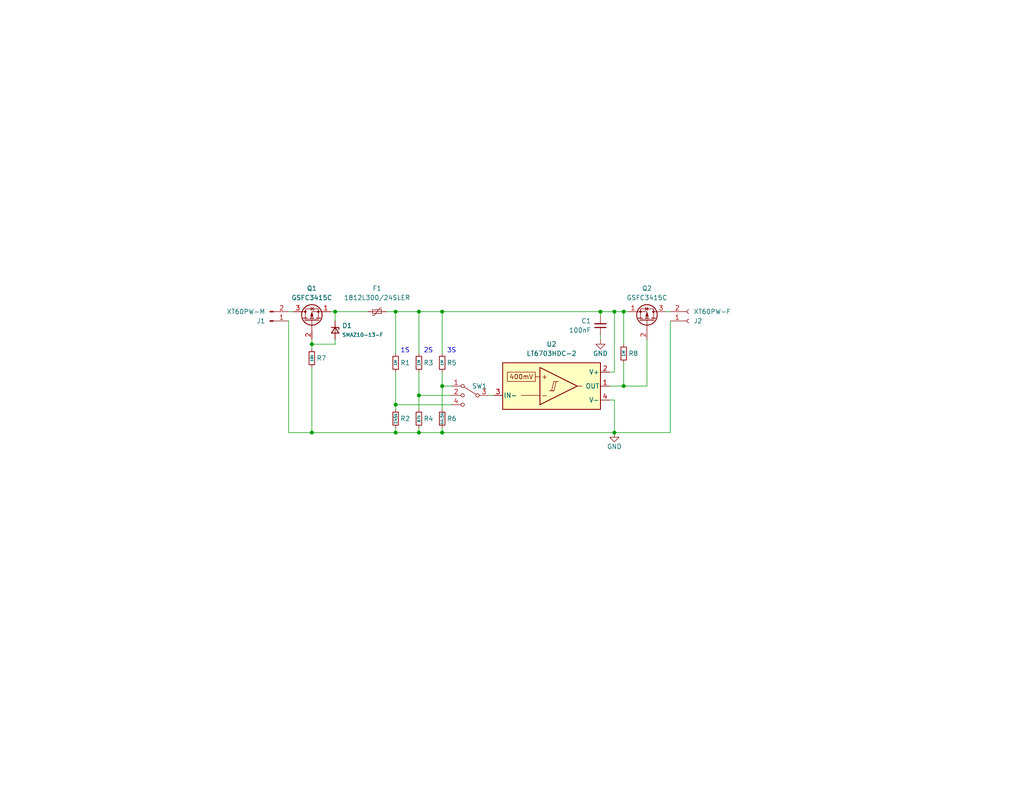
<source format=kicad_sch>
(kicad_sch (version 20231120) (generator "eeschema") (generator_version "8.0")
  (paper "USLetter")
  (title_block (title "Low Voltage Cutoff") (date "2025-04-01") (rev "V0.1") (company "UMDBPP") (comment 1 "Michael Shipman"))
  (lib_symbols
    (symbol "Connector:Conn_01x02_Female" (pin_names (offset 1.016) hide)
      (property "Reference" "J" (at 0 2.54 0))
      (property "Value" "Conn_01x02_Female" (at 0 -5.08 0))
      (symbol "Conn_01x02_Female_1_1"
        (arc (start 0 -2.032) (mid -0.5058 -2.54) (end 0 -3.048) (stroke (width 0.1524)))
        (polyline (pts (xy -1.27 -2.54) (xy -0.508 -2.54)) (stroke (width 0.1524)))
        (polyline (pts (xy -1.27 0) (xy -0.508 0)) (stroke (width 0.1524)))
        (arc (start 0 0.508) (mid -0.5058 0) (end 0 -0.508) (stroke (width 0.1524)))
        (pin passive line (at -5.08 0 0) (length 3.81) (name "Pin_1") (number "1"))
        (pin passive line (at -5.08 -2.54 0) (length 3.81) (name "Pin_2") (number "2"))
      )
    )
    (symbol "Connector:Conn_01x02_Male" (pin_names (offset 1.016) hide)
      (property "Reference" "J" (at 0 2.54 0))
      (property "Value" "Conn_01x02_Male" (at 0 -5.08 0))
      (symbol "Conn_01x02_Male_1_1"
        (polyline (pts (xy 1.27 -2.54) (xy 0.8636 -2.54)) (stroke (width 0.1524)))
        (polyline (pts (xy 1.27 0) (xy 0.8636 0)) (stroke (width 0.1524)))
        (rectangle (start 0.8636 -2.413) (end 0 -2.667) (stroke (width 0.1524)) (fill (type outline)))
        (rectangle (start 0.8636 0.127) (end 0 -0.127) (stroke (width 0.1524)) (fill (type outline)))
        (pin passive line (at 5.08 0 180) (length 3.81) (name "Pin_1") (number "1"))
        (pin passive line (at 5.08 -2.54 180) (length 3.81) (name "Pin_2") (number "2"))
      )
    )
    (symbol "Device:C_Small" (pin_numbers hide) (pin_names (offset 0.254) hide)
      (property "Reference" "C" (at 0.254 1.778 0))
      (property "Value" "C_Small" (at 0.254 -2.032 0))
      (symbol "C_Small_0_1"
        (polyline (pts (xy -1.524 -0.508) (xy 1.524 -0.508)) (stroke (width 0.3302)))
        (polyline (pts (xy -1.524 0.508) (xy 1.524 0.508)) (stroke (width 0.3048)))
      )
      (symbol "C_Small_1_1"
        (pin passive line (at 0 2.54 270) (length 2.032) (name "~") (number "1"))
        (pin passive line (at 0 -2.54 90) (length 2.032) (name "~") (number "2"))
      )
    )
    (symbol "Device:D_Zener_Small" (pin_numbers hide) (pin_names (offset 0.254) hide)
      (property "Reference" "D" (at 0 2.286 0))
      (property "Value" "D_Zener_Small" (at 0 -2.286 0))
      (symbol "D_Zener_Small_0_1"
        (polyline (pts (xy 0.762 0) (xy -0.762 0)))
        (polyline (pts (xy -0.254 1.016) (xy -0.762 1.016) (xy -0.762 -1.016)) (stroke (width 0.254)))
        (polyline (pts (xy 0.762 1.016) (xy -0.762 0) (xy 0.762 -1.016) (xy 0.762 1.016)) (stroke (width 0.254)))
      )
      (symbol "D_Zener_Small_1_1"
        (pin passive line (at -2.54 0 0) (length 1.778) (name "K") (number "1"))
        (pin passive line (at 2.54 0 180) (length 1.778) (name "A") (number "2"))
      )
    )
    (symbol "Device:Polyfuse_Small" (pin_numbers hide) (pin_names (offset 0))
      (property "Reference" "F" (at -1.905 0 90))
      (property "Value" "Polyfuse_Small" (at 1.905 0 90))
      (symbol "Polyfuse_Small_0_1"
        (rectangle (start -0.508 1.27) (end 0.508 -1.27))
        (polyline (pts (xy 0 2.54) (xy 0 -2.54)))
        (polyline (pts (xy -1.016 1.27) (xy -1.016 0.762) (xy 1.016 -0.762) (xy 1.016 -1.27)))
      )
      (symbol "Polyfuse_Small_1_1"
        (pin passive line (at 0 2.54 270) (length 0.635) (name "~") (number "1"))
        (pin passive line (at 0 -2.54 90) (length 0.635) (name "~") (number "2"))
      )
    )
    (symbol "Device:Q_PMOS_SGD" (pin_names (offset 0) hide)
      (property "Reference" "Q" (at 5.08 1.27 0))
      (property "Value" "Q_PMOS_SGD" (at 5.08 -1.27 0))
      (symbol "Q_PMOS_SGD_0_1"
        (polyline (pts (xy 0.254 0) (xy -2.54 0)))
        (polyline (pts (xy 0.254 1.905) (xy 0.254 -1.905)) (stroke (width 0.254)))
        (polyline (pts (xy 0.762 -1.27) (xy 0.762 -2.286)) (stroke (width 0.254)))
        (polyline (pts (xy 0.762 0.508) (xy 0.762 -0.508)) (stroke (width 0.254)))
        (polyline (pts (xy 0.762 2.286) (xy 0.762 1.27)) (stroke (width 0.254)))
        (polyline (pts (xy 2.54 2.54) (xy 2.54 1.778)))
        (polyline (pts (xy 2.54 -2.54) (xy 2.54 0) (xy 0.762 0)))
        (polyline (pts (xy 0.762 1.778) (xy 3.302 1.778) (xy 3.302 -1.778) (xy 0.762 -1.778)))
        (polyline (pts (xy 2.286 0) (xy 1.27 0.381) (xy 1.27 -0.381) (xy 2.286 0)) (fill (type outline)))
        (polyline (pts (xy 2.794 -0.508) (xy 2.921 -0.381) (xy 3.683 -0.381) (xy 3.81 -0.254)))
        (polyline (pts (xy 3.302 -0.381) (xy 2.921 0.254) (xy 3.683 0.254) (xy 3.302 -0.381)))
        (circle (center 1.651 0) (radius 2.794) (stroke (width 0.254)))
        (circle (center 2.54 -1.778) (radius 0.254) (fill (type outline)))
        (circle (center 2.54 1.778) (radius 0.254) (fill (type outline)))
      )
      (symbol "Q_PMOS_SGD_1_1"
        (pin passive line (at 2.54 -5.08 90) (length 2.54) (name "S") (number "1"))
        (pin input line (at -5.08 0 0) (length 2.54) (name "G") (number "2"))
        (pin passive line (at 2.54 5.08 270) (length 2.54) (name "D") (number "3"))
      )
    )
    (symbol "Device:R_Small" (pin_numbers hide) (pin_names (offset 0.254) hide)
      (property "Reference" "R" (at 0.762 0.508 0))
      (property "Value" "R_Small" (at 0.762 -1.016 0))
      (symbol "R_Small_0_1"
        (rectangle (start -0.762 1.778) (end 0.762 -1.778) (stroke (width 0.2032)))
      )
      (symbol "R_Small_1_1"
        (pin passive line (at 0 2.54 270) (length 0.762) (name "~") (number "1"))
        (pin passive line (at 0 -2.54 90) (length 0.762) (name "~") (number "2"))
      )
    )
    (symbol "PCM_Analog_Comparator_AKL:LT6703HDC-2" (pin_names (offset 0.254))
      (property "Reference" "U" (at 0 12.7 0))
      (property "Value" "LT6703HDC-2" (at 0 10.16 0))
      (symbol "LT6703HDC-2_0_0"
        (polyline (pts (xy -1.27 -1.27) (xy 0 -1.27)) (stroke (width 0.1524)))
        (polyline (pts (xy 0 1.27) (xy 1.27 1.27)) (stroke (width 0.1524)))
        (polyline (pts (xy 6.35 0) (xy -3.81 -5.08)) (stroke (width 0.254)))
        (polyline (pts (xy 6.35 0) (xy -3.81 5.08) (xy -3.81 -5.08)) (stroke (width 0.254)) (fill (type background)))
        (polyline (pts (xy 0 1.27) (xy -0.635 -1.27) (xy 0 -1.27) (xy 0.635 1.27)) (stroke (width 0.1524)))
        (text "+" (at -2.54 2.54 0) (effects (font (size 1.27 1.27))))
        (text "-" (at -2.54 -2.54 0) (effects (font (size 1.27 1.27))))
      )
      (symbol "LT6703HDC-2_0_1"
        (polyline (pts (xy -3.81 -2.54) (xy -8.89 -2.54)))
        (polyline (pts (xy -3.81 2.54) (xy -5.08 2.54)))
        (polyline (pts (xy 6.35 0) (xy 7.62 0)))
      )
      (symbol "LT6703HDC-2_1_0"
        (rectangle (start -13.97 6.35) (end 12.7 -6.35) (stroke (width 0.254)) (fill (type background)))
        (rectangle (start -12.7 3.81) (end -5.08 1.27) (stroke (width 0.1524)))
        (text "400mV" (at -8.89 2.54 0) (effects (font (size 1.27 1.27))))
      )
      (symbol "LT6703HDC-2_1_1"
        (pin output line (at 15.24 0 180) (length 2.54) (name "OUT") (number "1"))
        (pin power_in line (at 15.24 3.81 180) (length 2.54) (name "V+") (number "2"))
        (pin input line (at -16.51 -2.54 0) (length 2.54) (name "IN-") (number "3"))
        (pin power_in line (at 15.24 -3.81 180) (length 2.54) (name "V-") (number "4"))
      )
    )
    (symbol "Switch:SW_SP3T" (pin_names (offset 0) hide)
      (property "Reference" "SW" (at 0 5.08 0))
      (property "Value" "SW_SP3T" (at 0 -5.08 0))
      (symbol "SW_SP3T_0_1"
        (circle (center -2.032 0) (radius 0.4572))
        (polyline (pts (xy -1.651 0.254) (xy 1.651 2.286)))
        (circle (center 2.032 -2.54) (radius 0.4572))
        (circle (center 2.032 0) (radius 0.4572))
        (circle (center 2.032 2.54) (radius 0.4572))
      )
      (symbol "SW_SP3T_1_1"
        (pin passive line (at 5.08 2.54 180) (length 2.54) (name "1") (number "1"))
        (pin passive line (at 5.08 0 180) (length 2.54) (name "2") (number "2"))
        (pin passive line (at -5.08 0 0) (length 2.54) (name "3") (number "3"))
        (pin passive line (at 5.08 -2.54 180) (length 2.54) (name "4") (number "4"))
      )
    )
    (symbol "power:GND" (power) (pin_names (offset 0))
      (property "Value" "GND" (at 0 -3.81 0))
      (symbol "GND_0_1"
        (polyline (pts (xy 0 0) (xy 0 -1.27) (xy 1.27 -1.27) (xy 0 -2.54) (xy -1.27 -1.27) (xy 0 -1.27)))
      )
      (symbol "GND_1_1"
        (pin power_in line (at 0 0 270) (length 0) hide (name "GND") (number "1"))
      )
    )
  )
  (junction (at 170.18 105.41))
  (junction (at 120.65 85.09))
  (junction (at 107.95 118.11))
  (junction (at 167.64 85.09))
  (junction (at 167.64 118.11))
  (junction (at 114.3 85.09))
  (junction (at 114.3 118.11))
  (junction (at 85.09 118.11))
  (junction (at 120.65 105.41))
  (junction (at 85.09 93.98))
  (junction (at 163.83 85.09))
  (junction (at 91.44 85.09))
  (junction (at 107.95 110.49))
  (junction (at 170.18 85.09))
  (junction (at 107.95 85.09))
  (junction (at 120.65 118.11))
  (junction (at 114.3 107.95))
  (wire (pts (xy 120.65 116.84) (xy 120.65 118.11)))
  (wire (pts (xy 107.95 118.11) (xy 114.3 118.11)))
  (wire (pts (xy 167.64 101.6) (xy 166.37 101.6)))
  (wire (pts (xy 90.17 85.09) (xy 91.44 85.09)))
  (wire (pts (xy 123.19 105.41) (xy 120.65 105.41)))
  (wire (pts (xy 85.09 92.71) (xy 85.09 93.98)))
  (wire (pts (xy 107.95 110.49) (xy 123.19 110.49)))
  (wire (pts (xy 105.41 85.09) (xy 107.95 85.09)))
  (wire (pts (xy 167.64 85.09) (xy 170.18 85.09)))
  (wire (pts (xy 107.95 85.09) (xy 107.95 96.52)))
  (wire (pts (xy 114.3 101.6) (xy 114.3 107.95)))
  (wire (pts (xy 170.18 85.09) (xy 171.45 85.09)))
  (wire (pts (xy 170.18 85.09) (xy 170.18 93.98)))
  (wire (pts (xy 176.53 92.71) (xy 176.53 105.41)))
  (wire (pts (xy 107.95 116.84) (xy 107.95 118.11)))
  (wire (pts (xy 107.95 101.6) (xy 107.95 110.49)))
  (wire (pts (xy 78.74 118.11) (xy 85.09 118.11)))
  (wire (pts (xy 167.64 118.11) (xy 182.88 118.11)))
  (wire (pts (xy 182.88 87.63) (xy 182.88 118.11)))
  (wire (pts (xy 120.65 85.09) (xy 120.65 96.52)))
  (wire (pts (xy 181.61 85.09) (xy 182.88 85.09)))
  (wire (pts (xy 170.18 105.41) (xy 170.18 99.06)))
  (wire (pts (xy 167.64 109.22) (xy 166.37 109.22)))
  (wire (pts (xy 114.3 85.09) (xy 120.65 85.09)))
  (wire (pts (xy 78.74 87.63) (xy 78.74 118.11)))
  (wire (pts (xy 120.65 118.11) (xy 167.64 118.11)))
  (wire (pts (xy 133.35 107.95) (xy 134.62 107.95)))
  (wire (pts (xy 163.83 91.44) (xy 163.83 92.71)))
  (wire (pts (xy 167.64 85.09) (xy 167.64 101.6)))
  (wire (pts (xy 91.44 93.98) (xy 91.44 92.71)))
  (wire (pts (xy 120.65 111.76) (xy 120.65 105.41)))
  (wire (pts (xy 78.74 85.09) (xy 80.01 85.09)))
  (wire (pts (xy 114.3 107.95) (xy 123.19 107.95)))
  (wire (pts (xy 85.09 93.98) (xy 85.09 95.25)))
  (wire (pts (xy 163.83 85.09) (xy 163.83 86.36)))
  (wire (pts (xy 114.3 85.09) (xy 114.3 96.52)))
  (wire (pts (xy 120.65 101.6) (xy 120.65 105.41)))
  (wire (pts (xy 107.95 85.09) (xy 114.3 85.09)))
  (wire (pts (xy 91.44 87.63) (xy 91.44 85.09)))
  (wire (pts (xy 85.09 93.98) (xy 91.44 93.98)))
  (wire (pts (xy 166.37 105.41) (xy 170.18 105.41)))
  (wire (pts (xy 85.09 100.33) (xy 85.09 118.11)))
  (wire (pts (xy 107.95 110.49) (xy 107.95 111.76)))
  (wire (pts (xy 167.64 109.22) (xy 167.64 118.11)))
  (wire (pts (xy 120.65 85.09) (xy 163.83 85.09)))
  (wire (pts (xy 85.09 118.11) (xy 107.95 118.11)))
  (wire (pts (xy 114.3 116.84) (xy 114.3 118.11)))
  (wire (pts (xy 114.3 107.95) (xy 114.3 111.76)))
  (wire (pts (xy 91.44 85.09) (xy 100.33 85.09)))
  (wire (pts (xy 163.83 85.09) (xy 167.64 85.09)))
  (wire (pts (xy 114.3 118.11) (xy 120.65 118.11)))
  (wire (pts (xy 170.18 105.41) (xy 176.53 105.41)))
  (text "1S" (at 109.22 96.52 0) (effects (font (size 1.27 1.27)) (justify left bottom)))
  (text "3S" (at 121.92 96.52 0) (effects (font (size 1.27 1.27)) (justify left bottom)))
  (text "2S" (at 115.57 96.52 0) (effects (font (size 1.27 1.27)) (justify left bottom)))
  (symbol (lib_id "Connector:Conn_01x02_Female") (at 187.96 87.63 0) (mirror x) (unit 1)
    (property "Reference" "J2" (at 189.23 87.6301 0) (effects (justify left)))
    (property "Value" "XT60PW-F" (at 189.23 85.0901 0) (effects (justify left)))
    (property "Footprint" "Connector_AMASS:AMASS_XT60PW-F_1x02_P7.20mm_Horizontal" (effects (hide yes)))
  )
  (symbol (lib_id "Connector:Conn_01x02_Male") (at 73.66 87.63 0) (mirror x) (unit 1)
    (property "Reference" "J1" (at 72.39 87.63 0) (effects (justify right)))
    (property "Value" "XT60PW-M" (at 72.39 85.09 0) (effects (justify right)))
    (property "Footprint" "Connector_AMASS:AMASS_XT60PW-M_1x02_P7.20mm_Horizontal" (effects (hide yes)))
  )
  (symbol (lib_id "Device:R_Small") (at 120.65 99.06 180) (unit 1)
    (property "Reference" "R5" (at 121.92 99.06 0) (effects (justify right)))
    (property "Value" "1M" (at 120.65 99.06 90) (effects (font (size 0.7 0.7))))
    (property "Footprint" "Resistor_SMD:R_0603_1608Metric_Pad0.98x0.95mm_HandSolder" (effects (hide yes)))
    (property "Datasheet" "RN73R1JTTD1563F100" (effects (hide yes)))
  )
  (symbol (lib_id "Device:R_Small") (at 107.95 114.3 180) (unit 1)
    (property "Reference" "R2" (at 109.22 114.3 0) (effects (justify right)))
    (property "Value" "145k" (at 107.95 114.3 90) (effects (font (size 0.8 0.8))))
    (property "Footprint" "Resistor_SMD:R_0603_1608Metric_Pad0.98x0.95mm_HandSolder" (effects (hide yes)))
    (property "Datasheet" "RN73R1JTTD1563F100" (effects (hide yes)))
  )
  (symbol (lib_id "Device:R_Small") (at 120.65 114.3 0) (unit 1)
    (property "Reference" "R6" (at 121.92 114.3 0) (effects (justify left)))
    (property "Value" "44.5k" (at 120.65 114.3 90) (effects (font (size 0.8 0.8))))
    (property "Footprint" "Resistor_SMD:R_0603_1608Metric_Pad0.98x0.95mm_HandSolder" (effects (hide yes)))
  )
  (symbol (lib_id "Device:R_Small") (at 114.3 114.3 180) (unit 1)
    (property "Reference" "R4" (at 115.57 114.3 0) (effects (justify right)))
    (property "Value" "67k" (at 114.3 114.3 90) (effects (font (size 0.7 0.7))))
    (property "Footprint" "Resistor_SMD:R_0603_1608Metric_Pad0.98x0.95mm_HandSolder" (effects (hide yes)))
    (property "Datasheet" "RMCF0603FT2M21" (effects (hide yes)))
  )
  (symbol (lib_id "Device:R_Small") (at 85.09 97.79 180) (unit 1)
    (property "Reference" "R7" (at 86.36 97.79 0) (effects (justify right)))
    (property "Value" "10k" (at 85.09 97.79 90) (effects (font (size 0.7 0.7))))
    (property "Footprint" "Resistor_SMD:R_0603_1608Metric_Pad0.98x0.95mm_HandSolder" (effects (hide yes)))
    (property "Datasheet" "RMCF0603FT2M21" (effects (hide yes)))
  )
  (symbol (lib_id "Device:Q_PMOS_SGD") (at 176.53 87.63 270) (mirror x) (unit 1)
    (property "Reference" "Q2" (at 176.53 78.74 90))
    (property "Value" "GSFC3415C" (at 176.53 81.28 90))
    (property "Footprint" "Package_TO_SOT_SMD:SOT-23-3" (effects (hide yes)))
    (property "Description" "P-MOSFET transistor, source/gate/drain" (effects (hide yes)))
  )
  (symbol (lib_id "power:GND") (at 167.64 118.11 0) (unit 1)
    (property "Reference" "#PWR02" (effects (hide yes)))
    (property "Value" "GND" (at 167.64 121.92 0))
  )
  (symbol (lib_id "power:GND") (at 163.83 92.71 0) (unit 1)
    (property "Reference" "#PWR01" (effects (hide yes)))
    (property "Value" "GND" (at 163.83 96.52 0))
  )
  (symbol (lib_id "Device:D_Zener_Small") (at 91.44 90.17 270) (unit 1)
    (property "Reference" "D1" (at 93.345 88.9 90) (effects (justify left)))
    (property "Value" "SMAZ10-13-F" (at 93.345 91.44 90) (effects (font (size 1 1)) (justify left)))
    (property "Footprint" "Diode_SMD:D_SMA_Handsoldering" (effects (hide yes)))
  )
  (symbol (lib_id "Device:R_Small") (at 107.95 99.06 180) (unit 1)
    (property "Reference" "R1" (at 109.22 99.06 0) (effects (justify right)))
    (property "Value" "1M" (at 107.95 99.06 90) (effects (font (size 0.7 0.7))))
    (property "Footprint" "Resistor_SMD:R_0603_1608Metric_Pad0.98x0.95mm_HandSolder" (effects (hide yes)))
    (property "Datasheet" "RMCF0603FT2M21" (effects (hide yes)))
  )
  (symbol (lib_id "Device:R_Small") (at 170.18 96.52 180) (unit 1)
    (property "Reference" "R8" (at 171.45 96.52 0) (effects (justify right)))
    (property "Value" "1M" (at 170.18 96.52 90) (effects (font (size 0.8 0.8))))
    (property "Footprint" "Resistor_SMD:R_0603_1608Metric_Pad0.98x0.95mm_HandSolder" (effects (hide yes)))
    (property "Datasheet" "RN73R1JTTD1563F100" (effects (hide yes)))
  )
  (symbol (lib_id "Device:R_Small") (at 114.3 99.06 180) (unit 1)
    (property "Reference" "R3" (at 115.57 99.06 0) (effects (justify right)))
    (property "Value" "1M" (at 114.3 99.06 90) (effects (font (size 0.8 0.8))))
    (property "Footprint" "Resistor_SMD:R_0603_1608Metric_Pad0.98x0.95mm_HandSolder" (effects (hide yes)))
  )
  (symbol (lib_id "PCM_Analog_Comparator_AKL:LT6703HDC-2") (at 151.13 105.41 0) (unit 1)
    (property "Reference" "U2" (at 150.495 93.98 0))
    (property "Value" "LT6703HDC-2" (at 150.495 96.52 0))
    (property "Footprint" "PCM_Package_DFN_QFN_AKL:DFN-3-1EP-2x2mm_P0.5mm_EP1x1.35mm" (effects (hide yes)))
    (property "Datasheet" "https://www.tme.eu/Document/2ef05ce476351bded9b9bb9750bc2061/670323fd.pdf" (effects (hide yes)))
  )
  (symbol (lib_id "Switch:SW_SP3T") (at 128.27 107.95 0) (mirror y) (unit 1)
    (property "Reference" "SW1" (at 130.81 105.41 0))
    (property "Value" "CUS-13TB" (effects (hide yes)))
    (property "Footprint" "BPP_Lib:CUS-13TB_NDC" (effects (hide yes)))
  )
  (symbol (lib_id "Device:C_Small") (at 163.83 88.9 180) (unit 1)
    (property "Reference" "C1" (at 161.29 87.63 0) (effects (justify left)))
    (property "Value" "100nF" (at 161.29 90.17 0) (effects (justify left)))
    (property "Footprint" "Capacitor_SMD:C_0603_1608Metric_Pad1.08x0.95mm_HandSolder" (effects (hide yes)))
  )
  (symbol (lib_id "Device:Polyfuse_Small") (at 102.87 85.09 90) (unit 1)
    (property "Reference" "F1" (at 102.87 78.74 90))
    (property "Value" "1812L300/24SLER" (at 102.87 81.28 90))
    (property "Footprint" "Fuse:Fuse_1812_4532Metric_Pad1.30x3.40mm_HandSolder" (effects (hide yes)))
  )
  (symbol (lib_id "Device:Q_PMOS_SGD") (at 85.09 87.63 90) (unit 1)
    (property "Reference" "Q1" (at 85.09 78.74 90))
    (property "Value" "GSFC3415C" (at 85.09 81.28 90))
    (property "Footprint" "Package_TO_SOT_SMD:SOT-23-3" (effects (hide yes)))
    (property "Description" "P-MOSFET transistor, source/gate/drain" (effects (hide yes)))
  )
)
</source>
